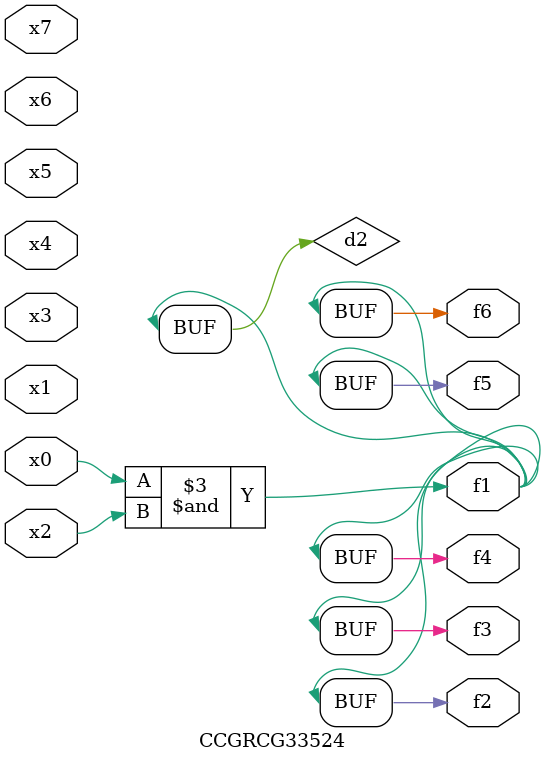
<source format=v>
module CCGRCG33524(
	input x0, x1, x2, x3, x4, x5, x6, x7,
	output f1, f2, f3, f4, f5, f6
);

	wire d1, d2;

	nor (d1, x3, x6);
	and (d2, x0, x2);
	assign f1 = d2;
	assign f2 = d2;
	assign f3 = d2;
	assign f4 = d2;
	assign f5 = d2;
	assign f6 = d2;
endmodule

</source>
